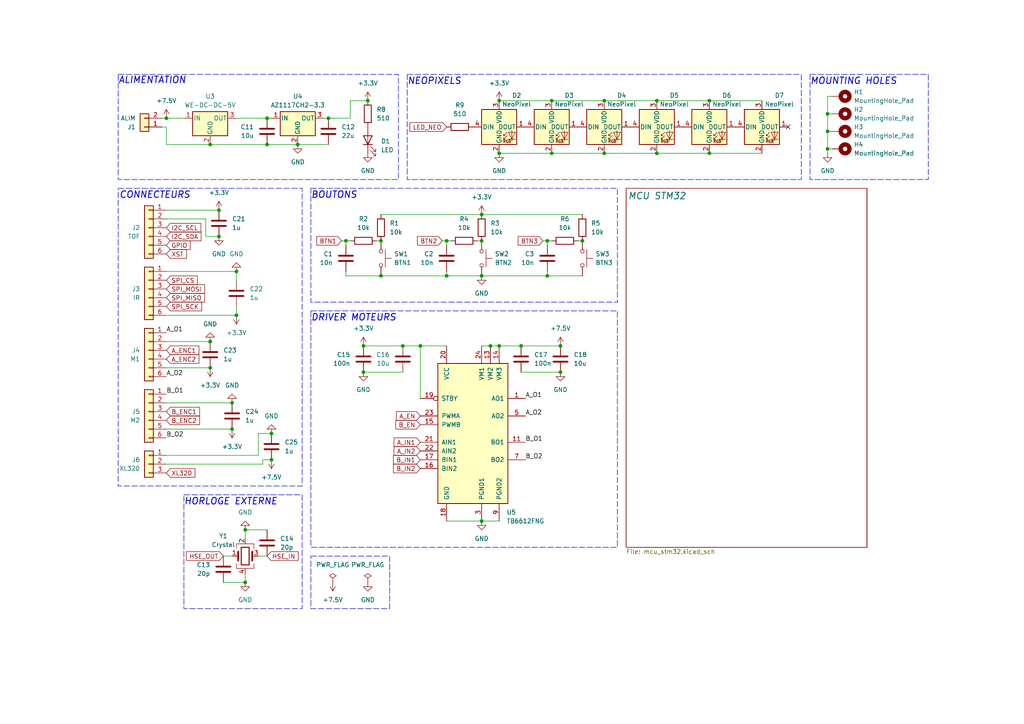
<source format=kicad_sch>
(kicad_sch (version 20250114) (generator "eeschema") (generator_version "9.0")
  (paper "A4")
  (lib_symbols
    (symbol "Connector_Generic:Conn_01x02" (pin_names (offset 1.016) (hide yes))
      (property "Reference" "J" (at 0 2.54 0))
      (property "Value" "Conn_01x02" (at 0 -5.08 0))
      (symbol "Conn_01x02_1_1"
        (rectangle (start -1.27 1.27) (end 1.27 -3.81) (stroke (width 0.254)) (fill (type background)))
        (rectangle (start -1.27 0.127) (end 0 -0.127) (stroke (width 0.1524)))
        (rectangle (start -1.27 -2.413) (end 0 -2.667) (stroke (width 0.1524)))
        (pin passive line (at -5.08 0 0) (length 3.81) (name "Pin_1") (number "1"))
        (pin passive line (at -5.08 -2.54 0) (length 3.81) (name "Pin_2") (number "2"))
      )
    )
    (symbol "Connector_Generic:Conn_01x03" (pin_names (offset 1.016) (hide yes))
      (property "Reference" "J" (at 0 5.08 0))
      (property "Value" "Conn_01x03" (at 0 -5.08 0))
      (symbol "Conn_01x03_1_1"
        (rectangle (start -1.27 3.81) (end 1.27 -3.81) (stroke (width 0.254)) (fill (type background)))
        (rectangle (start -1.27 2.667) (end 0 2.413) (stroke (width 0.1524)))
        (rectangle (start -1.27 0.127) (end 0 -0.127) (stroke (width 0.1524)))
        (rectangle (start -1.27 -2.413) (end 0 -2.667) (stroke (width 0.1524)))
        (pin passive line (at -5.08 2.54 0) (length 3.81) (name "Pin_1") (number "1"))
        (pin passive line (at -5.08 0 0) (length 3.81) (name "Pin_2") (number "2"))
        (pin passive line (at -5.08 -2.54 0) (length 3.81) (name "Pin_3") (number "3"))
      )
    )
    (symbol "Connector_Generic:Conn_01x06" (pin_names (offset 1.016) (hide yes))
      (property "Reference" "J" (at 0 7.62 0))
      (property "Value" "Conn_01x06" (at 0 -10.16 0))
      (symbol "Conn_01x06_1_1"
        (rectangle (start -1.27 6.35) (end 1.27 -8.89) (stroke (width 0.254)) (fill (type background)))
        (rectangle (start -1.27 5.207) (end 0 4.953) (stroke (width 0.1524)))
        (rectangle (start -1.27 2.667) (end 0 2.413) (stroke (width 0.1524)))
        (rectangle (start -1.27 0.127) (end 0 -0.127) (stroke (width 0.1524)))
        (rectangle (start -1.27 -2.413) (end 0 -2.667) (stroke (width 0.1524)))
        (rectangle (start -1.27 -4.953) (end 0 -5.207) (stroke (width 0.1524)))
        (rectangle (start -1.27 -7.493) (end 0 -7.747) (stroke (width 0.1524)))
        (pin passive line (at -5.08 5.08 0) (length 3.81) (name "Pin_1") (number "1"))
        (pin passive line (at -5.08 2.54 0) (length 3.81) (name "Pin_2") (number "2"))
        (pin passive line (at -5.08 0 0) (length 3.81) (name "Pin_3") (number "3"))
        (pin passive line (at -5.08 -2.54 0) (length 3.81) (name "Pin_4") (number "4"))
        (pin passive line (at -5.08 -5.08 0) (length 3.81) (name "Pin_5") (number "5"))
        (pin passive line (at -5.08 -7.62 0) (length 3.81) (name "Pin_6") (number "6"))
      )
    )
    (symbol "Device:C" (pin_numbers (hide yes)) (pin_names (offset 0.254))
      (property "Reference" "C" (at 0.635 2.54 0))
      (property "Value" "C" (at 0.635 -2.54 0))
      (symbol "C_0_1"
        (polyline (pts (xy -2.032 0.762) (xy 2.032 0.762)) (stroke (width 0.508)))
        (polyline (pts (xy -2.032 -0.762) (xy 2.032 -0.762)) (stroke (width 0.508)))
      )
      (symbol "C_1_1"
        (pin passive line (at 0 3.81 270) (length 2.794) (name "~") (number "1"))
        (pin passive line (at 0 -3.81 90) (length 2.794) (name "~") (number "2"))
      )
    )
    (symbol "Device:Crystal_GND24" (pin_names (offset 1.016) (hide yes))
      (property "Reference" "Y" (at 3.175 5.08 0))
      (property "Value" "Crystal_GND24" (at 3.175 3.175 0))
      (symbol "Crystal_GND24_0_1"
        (polyline (pts (xy -2.54 2.286) (xy -2.54 3.556) (xy 2.54 3.556) (xy 2.54 2.286)))
        (polyline (pts (xy -2.54 0) (xy -2.032 0)))
        (polyline (pts (xy -2.54 -2.286) (xy -2.54 -3.556) (xy 2.54 -3.556) (xy 2.54 -2.286)))
        (polyline (pts (xy -2.032 -1.27) (xy -2.032 1.27)) (stroke (width 0.508)))
        (rectangle (start -1.143 2.54) (end 1.143 -2.54) (stroke (width 0.3048)))
        (polyline (pts (xy 0 3.556) (xy 0 3.81)))
        (polyline (pts (xy 0 -3.81) (xy 0 -3.556)))
        (polyline (pts (xy 2.032 0) (xy 2.54 0)))
        (polyline (pts (xy 2.032 -1.27) (xy 2.032 1.27)) (stroke (width 0.508)))
      )
      (symbol "Crystal_GND24_1_1"
        (pin passive line (at -3.81 0 0) (length 1.27) (name "1") (number "1"))
        (pin passive line (at 0 5.08 270) (length 1.27) (name "2") (number "2"))
        (pin passive line (at 0 -5.08 90) (length 1.27) (name "4") (number "4"))
        (pin passive line (at 3.81 0 180) (length 1.27) (name "3") (number "3"))
      )
    )
    (symbol "Device:LED" (pin_numbers (hide yes)) (pin_names (offset 1.016) (hide yes))
      (property "Reference" "D" (at 0 2.54 0))
      (property "Value" "LED" (at 0 -2.54 0))
      (symbol "LED_0_1"
        (polyline (pts (xy -3.048 -0.762) (xy -4.572 -2.286) (xy -3.81 -2.286) (xy -4.572 -2.286) (xy -4.572 -1.524)))
        (polyline (pts (xy -1.778 -0.762) (xy -3.302 -2.286) (xy -2.54 -2.286) (xy -3.302 -2.286) (xy -3.302 -1.524)))
        (polyline (pts (xy -1.27 0) (xy 1.27 0)))
        (polyline (pts (xy -1.27 -1.27) (xy -1.27 1.27)) (stroke (width 0.254)))
        (polyline (pts (xy 1.27 -1.27) (xy 1.27 1.27) (xy -1.27 0) (xy 1.27 -1.27)) (stroke (width 0.254)))
      )
      (symbol "LED_1_1"
        (pin passive line (at -3.81 0 0) (length 2.54) (name "K") (number "1"))
        (pin passive line (at 3.81 0 180) (length 2.54) (name "A") (number "2"))
      )
    )
    (symbol "Device:R" (pin_numbers (hide yes)) (pin_names (offset 0))
      (property "Reference" "R" (at 2.032 0 90))
      (property "Value" "R" (at 0 0 90))
      (symbol "R_0_1"
        (rectangle (start -1.016 -2.54) (end 1.016 2.54) (stroke (width 0.254)))
      )
      (symbol "R_1_1"
        (pin passive line (at 0 3.81 270) (length 1.27) (name "~") (number "1"))
        (pin passive line (at 0 -3.81 90) (length 1.27) (name "~") (number "2"))
      )
    )
    (symbol "Driver_Motor:TB6612FNG" (pin_names (offset 1.016))
      (property "Reference" "U" (at 11.43 17.78 0))
      (property "Value" "TB6612FNG" (at 11.43 15.24 0))
      (symbol "TB6612FNG_0_1"
        (rectangle (start -10.16 20.32) (end 10.16 -20.32) (stroke (width 0.254)) (fill (type background)))
      )
      (symbol "TB6612FNG_1_1"
        (pin input inverted (at -15.24 10.16 0) (length 5.08) (name "STBY") (number "19"))
        (pin input line (at -15.24 5.08 0) (length 5.08) (name "PWMA") (number "23"))
        (pin input line (at -15.24 2.54 0) (length 5.08) (name "PWMB") (number "15"))
        (pin input line (at -15.24 -2.54 0) (length 5.08) (name "AIN1") (number "21"))
        (pin input line (at -15.24 -5.08 0) (length 5.08) (name "AIN2") (number "22"))
        (pin input line (at -15.24 -7.62 0) (length 5.08) (name "BIN1") (number "17"))
        (pin input line (at -15.24 -10.16 0) (length 5.08) (name "BIN2") (number "16"))
        (pin power_in line (at -7.62 25.4 270) (length 5.08) (name "VCC") (number "20"))
        (pin power_in line (at -7.62 -25.4 90) (length 5.08) (name "GND") (number "18"))
        (pin power_in line (at 2.54 25.4 270) (length 5.08) (name "VM1") (number "24"))
        (pin power_in line (at 2.54 -25.4 90) (length 5.08) (name "PGND1") (number "3"))
        (pin passive line (at 2.54 -25.4 90) (length 5.08) (hide yes) (name "PGND1") (number "4"))
        (pin power_in line (at 5.08 25.4 270) (length 5.08) (name "VM2") (number "13"))
        (pin power_in line (at 7.62 25.4 270) (length 5.08) (name "VM3") (number "14"))
        (pin passive line (at 7.62 -25.4 90) (length 5.08) (hide yes) (name "PGND2") (number "10"))
        (pin power_in line (at 7.62 -25.4 90) (length 5.08) (name "PGND2") (number "9"))
        (pin output line (at 15.24 10.16 180) (length 5.08) (name "AO1") (number "1"))
        (pin passive line (at 15.24 10.16 180) (length 5.08) (hide yes) (name "AO1") (number "2"))
        (pin output line (at 15.24 5.08 180) (length 5.08) (name "AO2") (number "5"))
        (pin passive line (at 15.24 5.08 180) (length 5.08) (hide yes) (name "AO2") (number "6"))
        (pin output line (at 15.24 -2.54 180) (length 5.08) (name "BO1") (number "11"))
        (pin passive line (at 15.24 -2.54 180) (length 5.08) (hide yes) (name "BO1") (number "12"))
        (pin output line (at 15.24 -7.62 180) (length 5.08) (name "BO2") (number "7"))
        (pin passive line (at 15.24 -7.62 180) (length 5.08) (hide yes) (name "BO2") (number "8"))
      )
    )
    (symbol "LED:NeoPixel_THT" (pin_names (offset 0.254))
      (property "Reference" "D" (at 5.08 5.715 0))
      (property "Value" "NeoPixel_THT" (at 1.27 -5.715 0))
      (symbol "NeoPixel_THT_0_0"
        (text "RGB" (at 2.286 -4.191 0) (effects (font (size 0.762 0.762))))
      )
      (symbol "NeoPixel_THT_0_1"
        (polyline (pts (xy 1.27 -2.54) (xy 1.778 -2.54)))
        (polyline (pts (xy 1.27 -3.556) (xy 1.778 -3.556)))
        (polyline (pts (xy 2.286 -1.524) (xy 1.27 -2.54) (xy 1.27 -2.032)))
        (polyline (pts (xy 2.286 -2.54) (xy 1.27 -3.556) (xy 1.27 -3.048)))
        (polyline (pts (xy 3.683 -1.016) (xy 3.683 -3.556) (xy 3.683 -4.064)))
        (polyline (pts (xy 4.699 -1.524) (xy 2.667 -1.524) (xy 3.683 -3.556) (xy 4.699 -1.524)))
        (polyline (pts (xy 4.699 -3.556) (xy 2.667 -3.556)))
        (rectangle (start 5.08 5.08) (end -5.08 -5.08) (stroke (width 0.254)) (fill (type background)))
      )
      (symbol "NeoPixel_THT_1_1"
        (pin input line (at -7.62 0 0) (length 2.54) (name "DIN") (number "4"))
        (pin power_in line (at 0 7.62 270) (length 2.54) (name "VDD") (number "3"))
        (pin power_in line (at 0 -7.62 90) (length 2.54) (name "GND") (number "2"))
        (pin output line (at 7.62 0 180) (length 2.54) (name "DOUT") (number "1"))
      )
    )
    (symbol "Mechanical:MountingHole_Pad" (pin_numbers (hide yes)) (pin_names (offset 1.016) (hide yes)) (in_bom no)
      (property "Reference" "H" (at 0 6.35 0))
      (property "Value" "MountingHole_Pad" (at 0 4.445 0))
      (symbol "MountingHole_Pad_0_1"
        (circle (center 0 1.27) (radius 1.27) (stroke (width 1.27)))
      )
      (symbol "MountingHole_Pad_1_1"
        (pin input line (at 0 -2.54 90) (length 2.54) (name "1") (number "1"))
      )
    )
    (symbol "Regulator_Linear:AZ1117CH2-3.3" (pin_names (offset 0.254))
      (property "Reference" "U" (at -3.81 3.556 0))
      (property "Value" "AZ1117CH2-3.3" (at 0 3.556 0))
      (symbol "AZ1117CH2-3.3_0_1"
        (rectangle (start -5.08 1.905) (end 5.08 -5.08) (stroke (width 0.254)) (fill (type background)))
      )
      (symbol "AZ1117CH2-3.3_1_1"
        (pin power_in line (at -7.62 0 0) (length 2.54) (name "IN") (number "1"))
        (pin power_in line (at 0 -7.62 90) (length 2.54) (name "GND") (number "2"))
        (pin power_out line (at 7.62 0 180) (length 2.54) (name "OUT") (number "3"))
      )
    )
    (symbol "Regulator_Linear:AZ1117CH2-5.0" (pin_names (offset 0.254))
      (property "Reference" "U" (at -3.81 3.556 0))
      (property "Value" "AZ1117CH2-5.0" (at 0 3.556 0))
      (symbol "AZ1117CH2-5.0_0_1"
        (rectangle (start -5.08 1.905) (end 5.08 -5.08) (stroke (width 0.254)) (fill (type background)))
      )
      (symbol "AZ1117CH2-5.0_1_1"
        (pin power_in line (at -7.62 0 0) (length 2.54) (name "IN") (number "1"))
        (pin power_in line (at 0 -7.62 90) (length 2.54) (name "GND") (number "2"))
        (pin power_out line (at 7.62 0 180) (length 2.54) (name "OUT") (number "3"))
      )
    )
    (symbol "Switch:SW_Push" (pin_numbers (hide yes)) (pin_names (offset 1.016) (hide yes))
      (property "Reference" "SW" (at 1.27 2.54 0))
      (property "Value" "SW_Push" (at 0 -1.524 0))
      (symbol "SW_Push_0_1"
        (circle (center -2.032 0) (radius 0.508))
        (polyline (pts (xy 0 1.27) (xy 0 3.048)))
        (circle (center 2.032 0) (radius 0.508))
        (polyline (pts (xy 2.54 1.27) (xy -2.54 1.27)))
        (pin passive line (at -5.08 0 0) (length 2.54) (name "1") (number "1"))
        (pin passive line (at 5.08 0 180) (length 2.54) (name "2") (number "2"))
      )
    )
    (symbol "power:+3.3V" (power) (pin_numbers (hide yes)) (pin_names (offset 0) (hide yes))
      (property "Value" "+3.3V" (at 0 3.556 0))
      (symbol "+3.3V_0_1"
        (polyline (pts (xy -0.762 1.27) (xy 0 2.54)))
        (polyline (pts (xy 0 2.54) (xy 0.762 1.27)))
        (polyline (pts (xy 0 0) (xy 0 2.54)))
      )
      (symbol "+3.3V_1_1"
        (pin power_in line (at 0 0 90) (length 0) (name "~") (number "1"))
      )
    )
    (symbol "power:+7.5V" (power) (pin_numbers (hide yes)) (pin_names (offset 0) (hide yes))
      (property "Value" "+7.5V" (at 0 3.556 0))
      (symbol "+7.5V_0_1"
        (polyline (pts (xy -0.762 1.27) (xy 0 2.54)))
        (polyline (pts (xy 0 2.54) (xy 0.762 1.27)))
        (polyline (pts (xy 0 0) (xy 0 2.54)))
      )
      (symbol "+7.5V_1_1"
        (pin power_in line (at 0 0 90) (length 0) (name "~") (number "1"))
      )
    )
    (symbol "power:GND" (power) (pin_numbers (hide yes)) (pin_names (offset 0) (hide yes))
      (property "Value" "GND" (at 0 -3.81 0))
      (symbol "GND_0_1"
        (polyline (pts (xy 0 0) (xy 0 -1.27) (xy 1.27 -1.27) (xy 0 -2.54) (xy -1.27 -1.27) (xy 0 -1.27)))
      )
      (symbol "GND_1_1"
        (pin power_in line (at 0 0 270) (length 0) (name "~") (number "1"))
      )
    )
    (symbol "power:PWR_FLAG" (power) (pin_numbers (hide yes)) (pin_names (offset 0) (hide yes))
      (property "Value" "PWR_FLAG" (at 0 3.81 0))
      (symbol "PWR_FLAG_0_0"
        (pin power_out line (at 0 0 90) (length 0) (name "~") (number "1"))
      )
      (symbol "PWR_FLAG_0_1"
        (polyline (pts (xy 0 0) (xy 0 1.27) (xy -1.016 1.905) (xy 0 2.54) (xy 1.016 1.905) (xy 0 1.27)))
      )
    )
  )
  (rectangle (start 90.17 161.29) (end 113.03 176.53) (stroke (width 0) (type dash)))
  (rectangle (start 90.17 54.61) (end 179.07 87.63) (stroke (width 0) (type dash)))
  (rectangle (start 53.34 143.51) (end 87.63 176.53) (stroke (width 0) (type dash)))
  (rectangle (start 34.29 21.59) (end 115.57 52.07) (stroke (width 0) (type dash)))
  (rectangle (start 34.29 54.61) (end 87.63 140.97) (stroke (width 0) (type dash)))
  (rectangle (start 90.17 90.17) (end 179.07 158.75) (stroke (width 0) (type dash)))
  (rectangle (start 234.95 21.59) (end 269.24 52.07) (stroke (width 0) (type dash)))
  (rectangle (start 118.11 21.59) (end 232.41 52.07) (stroke (width 0) (type dash)))
  (text "CONNECTEURS\n" (at 34.544 56.642 0) (effects (font (size 1.905 1.905) (thickness 0.254) (bold yes) (italic yes)) (justify left)))
  (text "MOUNTING HOLES" (at 234.95 23.622 0) (effects (font (size 1.905 1.905) (thickness 0.254) (bold yes) (italic yes)) (justify left)))
  (text "BOUTONS\n" (at 90.17 56.642 0) (effects (font (size 1.905 1.905) (thickness 0.254) (bold yes) (italic yes)) (justify left)))
  (text "NEOPIXELS\n" (at 118.11 23.622 0) (effects (font (size 1.905 1.905) (thickness 0.254) (bold yes) (italic yes)) (justify left)))
  (text "HORLOGE EXTERNE\n" (at 53.34 145.542 0) (effects (font (size 1.905 1.905) (thickness 0.254) (bold yes) (italic yes)) (justify left)))
  (text "DRIVER MOTEURS" (at 90.17 92.202 0) (effects (font (size 1.905 1.905) (thickness 0.254) (bold yes) (italic yes)) (justify left)))
  (text "ALIMENTATION" (at 34.29 23.368 0) (effects (font (size 1.905 1.905) (thickness 0.254) (bold yes) (italic yes)) (justify left)))
  (junction (at 106.68 29.21))
  (junction (at 68.58 91.44))
  (junction (at 77.47 41.91))
  (junction (at 110.49 69.85))
  (junction (at 129.54 69.85))
  (junction (at 71.12 153.67))
  (junction (at 139.7 62.23))
  (junction (at 240.03 38.1))
  (junction (at 63.5 60.96))
  (junction (at 68.58 78.74))
  (junction (at 175.26 44.45))
  (junction (at 77.47 34.29))
  (junction (at 139.7 69.85))
  (junction (at 67.31 116.84))
  (junction (at 129.54 80.01))
  (junction (at 71.12 168.91))
  (junction (at 105.41 107.95))
  (junction (at 60.96 99.06))
  (junction (at 142.24 100.33))
  (junction (at 205.74 44.45))
  (junction (at 205.74 29.21))
  (junction (at 240.03 33.02))
  (junction (at 160.02 44.45))
  (junction (at 158.75 69.85))
  (junction (at 160.02 29.21))
  (junction (at 158.75 80.01))
  (junction (at 60.96 106.68))
  (junction (at 78.74 133.35))
  (junction (at 139.7 80.01))
  (junction (at 110.49 80.01))
  (junction (at 48.26 34.29))
  (junction (at 100.33 69.85))
  (junction (at 144.78 100.33))
  (junction (at 151.13 100.33))
  (junction (at 95.25 34.29))
  (junction (at 78.74 125.73))
  (junction (at 162.56 100.33))
  (junction (at 190.5 44.45))
  (junction (at 63.5 68.58))
  (junction (at 240.03 43.18))
  (junction (at 67.31 124.46))
  (junction (at 175.26 29.21))
  (junction (at 60.96 41.91))
  (junction (at 116.84 100.33))
  (junction (at 139.7 151.13))
  (junction (at 190.5 29.21))
  (junction (at 121.92 100.33))
  (junction (at 105.41 100.33))
  (junction (at 168.91 69.85))
  (junction (at 144.78 29.21))
  (junction (at 86.36 41.91))
  (junction (at 162.56 107.95))
  (junction (at 144.78 44.45))
  (no_connect (at 228.6 36.83))
  (wire (pts (xy 151.13 100.33) (xy 144.78 100.33)))
  (wire (pts (xy 139.7 100.33) (xy 142.24 100.33)))
  (wire (pts (xy 121.92 100.33) (xy 129.54 100.33)))
  (wire (pts (xy 77.47 153.67) (xy 71.12 153.67)))
  (wire (pts (xy 76.2 133.35) (xy 78.74 133.35)))
  (wire (pts (xy 110.49 62.23) (xy 139.7 62.23)))
  (wire (pts (xy 105.41 107.95) (xy 116.84 107.95)))
  (wire (pts (xy 139.7 151.13) (xy 144.78 151.13)))
  (wire (pts (xy 60.96 41.91) (xy 77.47 41.91)))
  (wire (pts (xy 160.02 29.21) (xy 175.26 29.21)))
  (wire (pts (xy 240.03 33.02) (xy 240.03 27.94)))
  (wire (pts (xy 48.26 36.83) (xy 48.26 41.91)))
  (wire (pts (xy 205.74 44.45) (xy 220.98 44.45)))
  (wire (pts (xy 158.75 78.74) (xy 158.75 80.01)))
  (wire (pts (xy 109.22 69.85) (xy 110.49 69.85)))
  (wire (pts (xy 48.26 63.5) (xy 59.69 63.5)))
  (wire (pts (xy 158.75 69.85) (xy 160.02 69.85)))
  (wire (pts (xy 100.33 78.74) (xy 100.33 80.01)))
  (wire (pts (xy 48.26 41.91) (xy 60.96 41.91)))
  (wire (pts (xy 68.58 91.44) (xy 68.58 88.9)))
  (wire (pts (xy 157.48 69.85) (xy 158.75 69.85)))
  (wire (pts (xy 101.6 34.29) (xy 101.6 29.21)))
  (wire (pts (xy 167.64 69.85) (xy 168.91 69.85)))
  (wire (pts (xy 48.26 60.96) (xy 63.5 60.96)))
  (wire (pts (xy 144.78 44.45) (xy 160.02 44.45)))
  (wire (pts (xy 129.54 151.13) (xy 139.7 151.13)))
  (wire (pts (xy 48.26 34.29) (xy 53.34 34.29)))
  (wire (pts (xy 129.54 78.74) (xy 129.54 80.01)))
  (wire (pts (xy 101.6 34.29) (xy 95.25 34.29)))
  (wire (pts (xy 175.26 29.21) (xy 190.5 29.21)))
  (wire (pts (xy 77.47 161.29) (xy 74.93 161.29)))
  (wire (pts (xy 240.03 44.45) (xy 240.03 43.18)))
  (wire (pts (xy 240.03 27.94) (xy 241.3 27.94)))
  (wire (pts (xy 68.58 34.29) (xy 77.47 34.29)))
  (wire (pts (xy 162.56 100.33) (xy 151.13 100.33)))
  (wire (pts (xy 77.47 41.91) (xy 86.36 41.91)))
  (wire (pts (xy 64.77 161.29) (xy 67.31 161.29)))
  (wire (pts (xy 77.47 34.29) (xy 78.74 34.29)))
  (wire (pts (xy 190.5 44.45) (xy 205.74 44.45)))
  (wire (pts (xy 240.03 43.18) (xy 241.3 43.18)))
  (wire (pts (xy 99.06 69.85) (xy 100.33 69.85)))
  (wire (pts (xy 101.6 29.21) (xy 106.68 29.21)))
  (wire (pts (xy 71.12 153.67) (xy 71.12 156.21)))
  (wire (pts (xy 138.43 69.85) (xy 139.7 69.85)))
  (wire (pts (xy 158.75 80.01) (xy 168.91 80.01)))
  (wire (pts (xy 48.26 124.46) (xy 67.31 124.46)))
  (wire (pts (xy 105.41 100.33) (xy 116.84 100.33)))
  (wire (pts (xy 121.92 115.57) (xy 121.92 100.33)))
  (wire (pts (xy 48.26 134.62) (xy 76.2 134.62)))
  (wire (pts (xy 93.98 34.29) (xy 95.25 34.29)))
  (wire (pts (xy 158.75 69.85) (xy 158.75 71.12)))
  (wire (pts (xy 100.33 69.85) (xy 100.33 71.12)))
  (wire (pts (xy 71.12 168.91) (xy 71.12 166.37)))
  (wire (pts (xy 160.02 44.45) (xy 175.26 44.45)))
  (wire (pts (xy 240.03 43.18) (xy 240.03 38.1)))
  (wire (pts (xy 110.49 80.01) (xy 129.54 80.01)))
  (wire (pts (xy 59.69 68.58) (xy 63.5 68.58)))
  (wire (pts (xy 144.78 29.21) (xy 160.02 29.21)))
  (wire (pts (xy 74.93 125.73) (xy 78.74 125.73)))
  (wire (pts (xy 128.27 69.85) (xy 129.54 69.85)))
  (wire (pts (xy 240.03 38.1) (xy 240.03 33.02)))
  (wire (pts (xy 76.2 134.62) (xy 76.2 133.35)))
  (wire (pts (xy 59.69 63.5) (xy 59.69 68.58)))
  (wire (pts (xy 129.54 69.85) (xy 129.54 71.12)))
  (wire (pts (xy 100.33 80.01) (xy 110.49 80.01)))
  (wire (pts (xy 48.26 36.83) (xy 46.99 36.83)))
  (wire (pts (xy 100.33 69.85) (xy 101.6 69.85)))
  (wire (pts (xy 205.74 29.21) (xy 220.98 29.21)))
  (wire (pts (xy 48.26 91.44) (xy 68.58 91.44)))
  (wire (pts (xy 162.56 107.95) (xy 151.13 107.95)))
  (wire (pts (xy 240.03 33.02) (xy 241.3 33.02)))
  (wire (pts (xy 46.99 34.29) (xy 48.26 34.29)))
  (wire (pts (xy 240.03 38.1) (xy 241.3 38.1)))
  (wire (pts (xy 64.77 168.91) (xy 71.12 168.91)))
  (wire (pts (xy 190.5 29.21) (xy 205.74 29.21)))
  (wire (pts (xy 139.7 80.01) (xy 158.75 80.01)))
  (wire (pts (xy 139.7 62.23) (xy 168.91 62.23)))
  (wire (pts (xy 68.58 78.74) (xy 68.58 81.28)))
  (wire (pts (xy 175.26 44.45) (xy 190.5 44.45)))
  (wire (pts (xy 48.26 106.68) (xy 60.96 106.68)))
  (wire (pts (xy 48.26 116.84) (xy 67.31 116.84)))
  (wire (pts (xy 48.26 78.74) (xy 68.58 78.74)))
  (wire (pts (xy 129.54 69.85) (xy 130.81 69.85)))
  (wire (pts (xy 144.78 100.33) (xy 142.24 100.33)))
  (wire (pts (xy 116.84 100.33) (xy 121.92 100.33)))
  (wire (pts (xy 86.36 41.91) (xy 95.25 41.91)))
  (wire (pts (xy 74.93 132.08) (xy 74.93 125.73)))
  (wire (pts (xy 48.26 132.08) (xy 74.93 132.08)))
  (wire (pts (xy 129.54 80.01) (xy 139.7 80.01)))
  (wire (pts (xy 48.26 99.06) (xy 60.96 99.06)))
  (label "B_O2" (at 152.4 133.35 0))
  (label "A_O2" (at 152.4 120.65 0))
  (label "A_O1" (at 48.26 96.52 0))
  (label "B_O1" (at 152.4 128.27 0))
  (label "A_O2" (at 48.26 109.22 0))
  (label "B_O2" (at 48.26 127 0))
  (label "B_O1" (at 48.26 114.3 0))
  (label "A_O1" (at 152.4 115.57 0))
  (global_label "SPI_SCK" (shape input) (at 48.26 88.9 0) (property "Intersheetrefs" "${INTERSHEET_REFS}" (effects (hide yes))))
  (global_label "B_ENC1" (shape input) (at 48.26 119.38 0) (property "Intersheetrefs" "${INTERSHEET_REFS}" (effects (hide yes))))
  (global_label "B_EN" (shape input) (at 121.92 123.19 180) (property "Intersheetrefs" "${INTERSHEET_REFS}" (effects (hide yes))))
  (global_label "GPIO" (shape input) (at 48.26 71.12 0) (property "Intersheetrefs" "${INTERSHEET_REFS}" (effects (hide yes))))
  (global_label "BTN3" (shape input) (at 157.48 69.85 180) (property "Intersheetrefs" "${INTERSHEET_REFS}" (effects (hide yes))))
  (global_label "A_ENC2" (shape input) (at 48.26 104.14 0) (property "Intersheetrefs" "${INTERSHEET_REFS}" (effects (hide yes))))
  (global_label "SPI_MISO" (shape input) (at 48.26 86.36 0) (property "Intersheetrefs" "${INTERSHEET_REFS}" (effects (hide yes))))
  (global_label "BTN1" (shape input) (at 99.06 69.85 180) (property "Intersheetrefs" "${INTERSHEET_REFS}" (effects (hide yes))))
  (global_label "B_ENC2" (shape input) (at 48.26 121.92 0) (property "Intersheetrefs" "${INTERSHEET_REFS}" (effects (hide yes))))
  (global_label "LED_NEO" (shape input) (at 129.54 36.83 180) (property "Intersheetrefs" "${INTERSHEET_REFS}" (effects (hide yes))))
  (global_label "SPI_CS" (shape input) (at 48.26 81.28 0) (property "Intersheetrefs" "${INTERSHEET_REFS}" (effects (hide yes))))
  (global_label "BTN2" (shape input) (at 128.27 69.85 180) (property "Intersheetrefs" "${INTERSHEET_REFS}" (effects (hide yes))))
  (global_label "XL320" (shape input) (at 48.26 137.16 0) (property "Intersheetrefs" "${INTERSHEET_REFS}" (effects (hide yes))))
  (global_label "I2C_SDA" (shape input) (at 48.26 68.58 0) (property "Intersheetrefs" "${INTERSHEET_REFS}" (effects (hide yes))))
  (global_label "SPI_MOSI" (shape input) (at 48.26 83.82 0) (property "Intersheetrefs" "${INTERSHEET_REFS}" (effects (hide yes))))
  (global_label "B_IN1" (shape input) (at 121.92 133.35 180) (property "Intersheetrefs" "${INTERSHEET_REFS}" (effects (hide yes))))
  (global_label "A_IN1" (shape input) (at 121.92 128.27 180) (property "Intersheetrefs" "${INTERSHEET_REFS}" (effects (hide yes))))
  (global_label "I2C_SCL" (shape input) (at 48.26 66.04 0) (property "Intersheetrefs" "${INTERSHEET_REFS}" (effects (hide yes))))
  (global_label "A_EN" (shape input) (at 121.92 120.65 180) (property "Intersheetrefs" "${INTERSHEET_REFS}" (effects (hide yes))))
  (global_label "HSE_IN" (shape input) (at 77.47 161.29 0) (property "Intersheetrefs" "${INTERSHEET_REFS}" (effects (hide yes))))
  (global_label "HSE_OUT" (shape input) (at 64.77 161.29 180) (property "Intersheetrefs" "${INTERSHEET_REFS}" (effects (hide yes))))
  (global_label "XST" (shape input) (at 48.26 73.66 0) (property "Intersheetrefs" "${INTERSHEET_REFS}" (effects (hide yes))))
  (global_label "A_ENC1" (shape input) (at 48.26 101.6 0) (property "Intersheetrefs" "${INTERSHEET_REFS}" (effects (hide yes))))
  (global_label "B_IN2" (shape input) (at 121.92 135.89 180) (property "Intersheetrefs" "${INTERSHEET_REFS}" (effects (hide yes))))
  (global_label "A_IN2" (shape input) (at 121.92 130.81 180) (property "Intersheetrefs" "${INTERSHEET_REFS}" (effects (hide yes))))
  (symbol (lib_id "Connector_Generic:Conn_01x03") (at 43.18 134.62 0) (mirror y) (unit 1)
    (property "Reference" "J6" (at 40.64 133.3499 0) (effects (justify left)))
    (property "Value" "XL320" (at 40.64 135.8899 0) (effects (justify left)))
    (property "Footprint" "Connector_JST:JST_XH_B3B-XH-A_1x03_P2.50mm_Vertical" (effects (hide yes)))
    (property "Description" "Generic connector, single row, 01x03, script generated (kicad-library-utils/schlib/autogen/connector/)" (effects (hide yes)))
  )
  (symbol (lib_id "power:GND") (at 67.31 116.84 180) (unit 1)
    (property "Reference" "#PWR026" (effects (hide yes)))
    (property "Value" "GND" (at 67.31 111.76 0))
    (property "Description" "Power symbol creates a global label with name \"GND\" , ground" (effects (hide yes)))
  )
  (symbol (lib_id "Device:R") (at 133.35 36.83 90) (unit 1)
    (property "Reference" "R9" (at 133.35 30.48 90))
    (property "Value" "510" (at 133.35 33.02 90))
    (property "Footprint" "Resistor_SMD:R_0603_1608Metric" (effects (hide yes)))
    (property "Description" "Resistor" (effects (hide yes)))
  )
  (symbol (lib_id "power:GND") (at 86.36 41.91 0) (unit 1)
    (property "Reference" "#PWR030" (effects (hide yes)))
    (property "Value" "GND" (at 86.36 46.99 0))
    (property "Description" "Power symbol creates a global label with name \"GND\" , ground" (effects (hide yes)))
  )
  (symbol (lib_id "LED:NeoPixel_THT") (at 144.78 36.83 0) (unit 1)
    (property "Reference" "D2" (at 149.86 27.686 0))
    (property "Value" "NeoPixel" (at 149.86 30.226 0))
    (property "Footprint" "LED_SMD:LED_WS2812B_PLCC4_5.0x5.0mm_P3.2mm" (effects (hide yes)))
    (property "Datasheet" "https://www.adafruit.com/product/1938" (effects (hide yes)))
    (property "Description" "RGB LED with integrated controller, 5mm/8mm LED package" (effects (hide yes)))
  )
  (symbol (lib_id "Device:R") (at 168.91 66.04 0) (unit 1)
    (property "Reference" "R5" (at 171.45 64.7699 0) (effects (justify left)))
    (property "Value" "10k" (at 171.45 67.3099 0) (effects (justify left)))
    (property "Footprint" "Resistor_SMD:R_0603_1608Metric" (effects (hide yes)))
    (property "Description" "Resistor" (effects (hide yes)))
  )
  (symbol (lib_id "Device:C") (at 77.47 38.1 0) (mirror y) (unit 1)
    (property "Reference" "C11" (at 73.66 36.8299 0) (effects (justify left)))
    (property "Value" "10u" (at 73.66 39.3699 0) (effects (justify left)))
    (property "Footprint" "Capacitor_SMD:C_0603_1608Metric" (effects (hide yes)))
    (property "Datasheet" "https://www.we-online.com/components/products/datasheet/885012106031.pdf" (effects (hide yes)))
    (property "Description" "Unpolarized capacitor" (effects (hide yes)))
  )
  (symbol (lib_id "Connector_Generic:Conn_01x06") (at 43.18 119.38 0) (mirror y) (unit 1)
    (property "Reference" "J5" (at 40.64 119.3799 0) (effects (justify left)))
    (property "Value" "M2" (at 40.64 121.9199 0) (effects (justify left)))
    (property "Footprint" "Connector_JST:JST_XH_B6B-XH-A_1x06_P2.50mm_Vertical" (effects (hide yes)))
    (property "Description" "Generic connector, single row, 01x06, script generated (kicad-library-utils/schlib/autogen/connector/)" (effects (hide yes)))
  )
  (symbol (lib_id "Device:C") (at 129.54 74.93 0) (mirror y) (unit 1)
    (property "Reference" "C2" (at 125.73 73.6599 0) (effects (justify left)))
    (property "Value" "10n" (at 125.73 76.1999 0) (effects (justify left)))
    (property "Footprint" "Capacitor_SMD:C_0603_1608Metric" (effects (hide yes)))
    (property "Datasheet" "https://fr.rs-online.com/web/p/condensateurs-ceramique-multicouches/7665373" (effects (hide yes)))
    (property "Description" "Unpolarized capacitor" (effects (hide yes)))
  )
  (symbol (lib_id "Device:C") (at 64.77 165.1 0) (mirror y) (unit 1)
    (property "Reference" "C13" (at 60.96 163.8299 0) (effects (justify left)))
    (property "Value" "20p" (at 60.96 166.3699 0) (effects (justify left)))
    (property "Footprint" "Capacitor_SMD:C_0603_1608Metric" (effects (hide yes)))
    (property "Datasheet" "https://www.we-online.com/components/products/datasheet/885012107019.pdf" (effects (hide yes)))
    (property "Description" "Unpolarized capacitor" (effects (hide yes)))
  )
  (symbol (lib_id "LED:NeoPixel_THT") (at 190.5 36.83 0) (unit 1)
    (property "Reference" "D5" (at 195.58 27.686 0))
    (property "Value" "NeoPixel" (at 195.58 30.226 0))
    (property "Footprint" "LED_SMD:LED_WS2812B_PLCC4_5.0x5.0mm_P3.2mm" (effects (hide yes)))
    (property "Datasheet" "https://www.adafruit.com/product/1938" (effects (hide yes)))
    (property "Description" "RGB LED with integrated controller, 5mm/8mm LED package" (effects (hide yes)))
  )
  (symbol (lib_id "Device:R") (at 134.62 69.85 90) (unit 1)
    (property "Reference" "R4" (at 134.62 63.5 90))
    (property "Value" "10k" (at 134.62 66.04 90))
    (property "Footprint" "Resistor_SMD:R_0603_1608Metric" (effects (hide yes)))
    (property "Description" "Resistor" (effects (hide yes)))
  )
  (symbol (lib_id "power:PWR_FLAG") (at 106.68 168.91 0) (unit 1)
    (property "Reference" "#FLG02" (effects (hide yes)))
    (property "Value" "PWR_FLAG" (at 106.68 163.83 0))
    (property "Description" "Special symbol for telling ERC where power comes from" (effects (hide yes)))
  )
  (symbol (lib_id "power:GND") (at 144.78 44.45 0) (unit 1)
    (property "Reference" "#PWR040" (effects (hide yes)))
    (property "Value" "GND" (at 144.78 49.53 0))
    (property "Description" "Power symbol creates a global label with name \"GND\" , ground" (effects (hide yes)))
  )
  (symbol (lib_id "Switch:SW_Push") (at 168.91 74.93 270) (unit 1)
    (property "Reference" "SW3" (at 172.72 73.6599 90) (effects (justify left)))
    (property "Value" "BTN3" (at 172.72 76.1999 90) (effects (justify left)))
    (property "Footprint" "Button_Switch_SMD:Panasonic_EVQPUJ_EVQPUA" (effects (hide yes)))
    (property "Description" "Push button switch, generic, two pins" (effects (hide yes)))
  )
  (symbol (lib_id "Connector_Generic:Conn_01x02") (at 41.91 36.83 180) (unit 1)
    (property "Reference" "J1" (at 39.37 36.8301 0) (effects (justify left)))
    (property "Value" "ALIM" (at 39.37 34.2901 0) (effects (justify left)))
    (property "Footprint" "Connector_JST:JST_XH_B2B-XH-A_1x02_P2.50mm_Vertical" (effects (hide yes)))
    (property "Description" "Generic connector, single row, 01x02, script generated (kicad-library-utils/schlib/autogen/connector/)" (effects (hide yes)))
  )
  (symbol (lib_id "Device:LED") (at 106.68 40.64 90) (unit 1)
    (property "Reference" "D1" (at 110.49 40.9574 90) (effects (justify right)))
    (property "Value" "LED" (at 110.49 43.4974 90) (effects (justify right)))
    (property "Footprint" "LED_SMD:LED_0603_1608Metric" (effects (hide yes)))
    (property "Description" "Light emitting diode" (effects (hide yes)))
    (property "Sim.Pins" "1=K 2=A" (effects (hide yes)))
  )
  (symbol (lib_id "Device:C") (at 162.56 104.14 0) (unit 1)
    (property "Reference" "C18" (at 166.37 102.8699 0) (effects (justify left)))
    (property "Value" "10u" (at 166.37 105.4099 0) (effects (justify left)))
    (property "Footprint" "Capacitor_SMD:C_0603_1608Metric" (effects (hide yes)))
    (property "Datasheet" "https://www.we-online.com/components/products/datasheet/885012106031.pdf" (effects (hide yes)))
    (property "Description" "Unpolarized capacitor" (effects (hide yes)))
  )
  (symbol (lib_id "power:PWR_FLAG") (at 96.52 168.91 0) (unit 1)
    (property "Reference" "#FLG01" (effects (hide yes)))
    (property "Value" "PWR_FLAG" (at 96.52 163.83 0))
    (property "Description" "Special symbol for telling ERC where power comes from" (effects (hide yes)))
  )
  (symbol (lib_id "Device:C") (at 60.96 102.87 0) (unit 1)
    (property "Reference" "C23" (at 64.77 101.5999 0) (effects (justify left)))
    (property "Value" "1u" (at 64.77 104.1399 0) (effects (justify left)))
    (property "Footprint" "Capacitor_SMD:C_0603_1608Metric" (effects (hide yes)))
    (property "Description" "Unpolarized capacitor" (effects (hide yes)))
  )
  (symbol (lib_id "Regulator_Linear:AZ1117CH2-5.0") (at 60.96 34.29 0) (unit 1)
    (property "Reference" "U3" (at 60.96 27.94 0))
    (property "Value" "WE-DC-DC-5V" (at 60.96 30.48 0))
    (property "Footprint" "Converter_DCDC:Converter_DCDC_RECOM_R-78B-2.0_THT" (effects (hide yes)))
    (property "Datasheet" "https://www.diodes.com/assets/Datasheets/AZ1117C.pdf" (effects (hide yes)))
    (property "Description" "1A Fixed 5.0V LDO Linear Regulator, 15V Max Input, SOT-223" (effects (hide yes)))
  )
  (symbol (lib_id "Connector_Generic:Conn_01x06") (at 43.18 83.82 0) (mirror y) (unit 1)
    (property "Reference" "J3" (at 40.64 83.8199 0) (effects (justify left)))
    (property "Value" "IR" (at 40.64 86.3599 0) (effects (justify left)))
    (property "Footprint" "Connector_JST:JST_XH_B6B-XH-A_1x06_P2.50mm_Vertical" (effects (hide yes)))
    (property "Description" "Generic connector, single row, 01x06, script generated (kicad-library-utils/schlib/autogen/connector/)" (effects (hide yes)))
  )
  (symbol (lib_id "Device:C") (at 116.84 104.14 0) (mirror y) (unit 1)
    (property "Reference" "C16" (at 113.03 102.8699 0) (effects (justify left)))
    (property "Value" "10u" (at 113.03 105.4099 0) (effects (justify left)))
    (property "Footprint" "Capacitor_SMD:C_0603_1608Metric" (effects (hide yes)))
    (property "Datasheet" "https://www.we-online.com/components/products/datasheet/885012106031.pdf" (effects (hide yes)))
    (property "Description" "Unpolarized capacitor" (effects (hide yes)))
  )
  (symbol (lib_id "power:GND") (at 162.56 107.95 0) (unit 1)
    (property "Reference" "#PWR021" (effects (hide yes)))
    (property "Value" "GND" (at 162.56 113.03 0))
    (property "Description" "Power symbol creates a global label with name \"GND\" , ground" (effects (hide yes)))
  )
  (symbol (lib_id "Device:C") (at 151.13 104.14 0) (unit 1)
    (property "Reference" "C17" (at 154.94 102.8699 0) (effects (justify left)))
    (property "Value" "100n" (at 154.94 105.4099 0) (effects (justify left)))
    (property "Footprint" "Capacitor_SMD:C_0603_1608Metric" (effects (hide yes)))
    (property "Datasheet" "https://fr.rs-online.com/web/p/condensateurs-ceramique-multicouches/7665443" (effects (hide yes)))
    (property "Description" "Unpolarized capacitor" (effects (hide yes)))
  )
  (symbol (lib_id "Device:C") (at 100.33 74.93 0) (mirror y) (unit 1)
    (property "Reference" "C1" (at 96.52 73.6599 0) (effects (justify left)))
    (property "Value" "10n" (at 96.52 76.1999 0) (effects (justify left)))
    (property "Footprint" "Capacitor_SMD:C_0603_1608Metric" (effects (hide yes)))
    (property "Datasheet" "https://fr.rs-online.com/web/p/condensateurs-ceramique-multicouches/7665373" (effects (hide yes)))
    (property "Description" "Unpolarized capacitor" (effects (hide yes)))
  )
  (symbol (lib_id "Device:R") (at 163.83 69.85 90) (unit 1)
    (property "Reference" "R6" (at 163.83 63.5 90))
    (property "Value" "10k" (at 163.83 66.04 90))
    (property "Footprint" "Resistor_SMD:R_0603_1608Metric" (effects (hide yes)))
    (property "Description" "Resistor" (effects (hide yes)))
  )
  (symbol (lib_id "LED:NeoPixel_THT") (at 160.02 36.83 0) (unit 1)
    (property "Reference" "D3" (at 165.1 27.686 0))
    (property "Value" "NeoPixel" (at 165.1 30.226 0))
    (property "Footprint" "LED_SMD:LED_WS2812B_PLCC4_5.0x5.0mm_P3.2mm" (effects (hide yes)))
    (property "Datasheet" "https://www.adafruit.com/product/1938" (effects (hide yes)))
    (property "Description" "RGB LED with integrated controller, 5mm/8mm LED package" (effects (hide yes)))
  )
  (symbol (lib_id "power:+3.3V") (at 144.78 29.21 0) (unit 1)
    (property "Reference" "#PWR041" (effects (hide yes)))
    (property "Value" "+3.3V" (at 144.78 24.13 0))
    (property "Description" "Power symbol creates a global label with name \"+3.3V\"" (effects (hide yes)))
  )
  (symbol (lib_id "power:GND") (at 139.7 151.13 0) (unit 1)
    (property "Reference" "#PWR018" (effects (hide yes)))
    (property "Value" "GND" (at 139.7 156.21 0))
    (property "Description" "Power symbol creates a global label with name \"GND\" , ground" (effects (hide yes)))
  )
  (symbol (lib_id "power:+7.5V") (at 48.26 34.29 0) (unit 1)
    (property "Reference" "#PWR017" (effects (hide yes)))
    (property "Value" "+7.5V" (at 48.26 29.21 0))
    (property "Description" "Power symbol creates a global label with name \"+7.5V\"" (effects (hide yes)))
  )
  (symbol (lib_id "LED:NeoPixel_THT") (at 220.98 36.83 0) (unit 1)
    (property "Reference" "D7" (at 226.06 27.686 0))
    (property "Value" "NeoPixel" (at 226.06 30.226 0))
    (property "Footprint" "LED_SMD:LED_WS2812B_PLCC4_5.0x5.0mm_P3.2mm" (effects (hide yes)))
    (property "Datasheet" "https://www.adafruit.com/product/1938" (effects (hide yes)))
    (property "Description" "RGB LED with integrated controller, 5mm/8mm LED package" (effects (hide yes)))
  )
  (symbol (lib_id "power:+3.3V") (at 68.58 91.44 180) (unit 1)
    (property "Reference" "#PWR020" (effects (hide yes)))
    (property "Value" "+3.3V" (at 68.58 96.52 0))
    (property "Description" "Power symbol creates a global label with name \"+3.3V\"" (effects (hide yes)))
  )
  (symbol (lib_id "power:GND") (at 78.74 125.73 180) (unit 1)
    (property "Reference" "#PWR031" (effects (hide yes)))
    (property "Value" "GND" (at 78.74 120.65 0))
    (property "Description" "Power symbol creates a global label with name \"GND\" , ground" (effects (hide yes)))
  )
  (symbol (lib_id "power:+3.3V") (at 105.41 100.33 0) (unit 1)
    (property "Reference" "#PWR019" (effects (hide yes)))
    (property "Value" "+3.3V" (at 105.41 95.25 0))
    (property "Description" "Power symbol creates a global label with name \"+3.3V\"" (effects (hide yes)))
  )
  (symbol (lib_id "power:+3.3V") (at 139.7 62.23 0) (unit 1)
    (property "Reference" "#PWR05" (effects (hide yes)))
    (property "Value" "+3.3V" (at 139.7 57.15 0))
    (property "Description" "Power symbol creates a global label with name \"+3.3V\"" (effects (hide yes)))
  )
  (symbol (lib_id "Device:C") (at 78.74 129.54 0) (unit 1)
    (property "Reference" "C25" (at 82.55 128.2699 0) (effects (justify left)))
    (property "Value" "1u" (at 82.55 130.8099 0) (effects (justify left)))
    (property "Footprint" "Capacitor_SMD:C_0603_1608Metric" (effects (hide yes)))
    (property "Description" "Unpolarized capacitor" (effects (hide yes)))
  )
  (symbol (lib_id "Device:R") (at 106.68 33.02 0) (unit 1)
    (property "Reference" "R8" (at 109.22 31.7499 0) (effects (justify left)))
    (property "Value" "510" (at 109.22 34.2899 0) (effects (justify left)))
    (property "Footprint" "Resistor_SMD:R_0603_1608Metric" (effects (hide yes)))
    (property "Description" "Resistor" (effects (hide yes)))
  )
  (symbol (lib_id "Device:Crystal_GND24") (at 71.12 161.29 0) (unit 1)
    (property "Reference" "Y1" (at 64.77 155.448 0))
    (property "Value" "Crystal" (at 64.77 157.988 0))
    (property "Footprint" "Crystal:Crystal_SMD_7050-4Pin_7.0x5.0mm" (effects (hide yes)))
    (property "Description" "Four pin crystal, GND on pins 2 and 4" (effects (hide yes)))
  )
  (symbol (lib_id "power:+3.3V") (at 106.68 29.21 0) (unit 1)
    (property "Reference" "#PWR013" (effects (hide yes)))
    (property "Value" "+3.3V" (at 106.68 24.13 0))
    (property "Description" "Power symbol creates a global label with name \"+3.3V\"" (effects (hide yes)))
  )
  (symbol (lib_id "LED:NeoPixel_THT") (at 175.26 36.83 0) (unit 1)
    (property "Reference" "D4" (at 180.34 27.686 0))
    (property "Value" "NeoPixel" (at 180.34 30.226 0))
    (property "Footprint" "LED_SMD:LED_WS2812B_PLCC4_5.0x5.0mm_P3.2mm" (effects (hide yes)))
    (property "Datasheet" "https://www.adafruit.com/product/1938" (effects (hide yes)))
    (property "Description" "RGB LED with integrated controller, 5mm/8mm LED package" (effects (hide yes)))
  )
  (symbol (lib_id "power:GND") (at 68.58 78.74 180) (unit 1)
    (property "Reference" "#PWR023" (effects (hide yes)))
    (property "Value" "GND" (at 68.58 73.66 0))
    (property "Description" "Power symbol creates a global label with name \"GND\" , ground" (effects (hide yes)))
  )
  (symbol (lib_id "power:GND") (at 106.68 168.91 0) (unit 1)
    (property "Reference" "#PWR046" (effects (hide yes)))
    (property "Value" "GND" (at 106.68 173.99 0))
    (property "Description" "Power symbol creates a global label with name \"GND\" , ground" (effects (hide yes)))
  )
  (symbol (lib_id "Device:C") (at 158.75 74.93 0) (mirror y) (unit 1)
    (property "Reference" "C3" (at 154.94 73.6599 0) (effects (justify left)))
    (property "Value" "10n" (at 154.94 76.1999 0) (effects (justify left)))
    (property "Footprint" "Capacitor_SMD:C_0603_1608Metric" (effects (hide yes)))
    (property "Datasheet" "https://fr.rs-online.com/web/p/condensateurs-ceramique-multicouches/7665373" (effects (hide yes)))
    (property "Description" "Unpolarized capacitor" (effects (hide yes)))
  )
  (symbol (lib_id "power:+3.3V") (at 67.31 124.46 180) (unit 1)
    (property "Reference" "#PWR029" (effects (hide yes)))
    (property "Value" "+3.3V" (at 67.31 129.54 0))
    (property "Description" "Power symbol creates a global label with name \"+3.3V\"" (effects (hide yes)))
  )
  (symbol (lib_id "power:+3.3V") (at 63.5 60.96 0) (unit 1)
    (property "Reference" "#PWR016" (effects (hide yes)))
    (property "Value" "+3.3V" (at 63.5 55.88 0))
    (property "Description" "Power symbol creates a global label with name \"+3.3V\"" (effects (hide yes)))
  )
  (symbol (lib_id "Device:C") (at 77.47 157.48 0) (unit 1)
    (property "Reference" "C14" (at 81.28 156.2099 0) (effects (justify left)))
    (property "Value" "20p" (at 81.28 158.7499 0) (effects (justify left)))
    (property "Footprint" "Capacitor_SMD:C_0603_1608Metric" (effects (hide yes)))
    (property "Datasheet" "https://www.we-online.com/components/products/datasheet/885012107019.pdf" (effects (hide yes)))
    (property "Description" "Unpolarized capacitor" (effects (hide yes)))
  )
  (symbol (lib_id "power:+7.5V") (at 78.74 133.35 180) (unit 1)
    (property "Reference" "#PWR033" (effects (hide yes)))
    (property "Value" "+7.5V" (at 78.74 138.43 0))
    (property "Description" "Power symbol creates a global label with name \"+7.5V\"" (effects (hide yes)))
  )
  (symbol (lib_id "Device:C") (at 63.5 64.77 0) (unit 1)
    (property "Reference" "C21" (at 67.31 63.4999 0) (effects (justify left)))
    (property "Value" "1u" (at 67.31 66.0399 0) (effects (justify left)))
    (property "Footprint" "Capacitor_SMD:C_0603_1608Metric" (effects (hide yes)))
    (property "Description" "Unpolarized capacitor" (effects (hide yes)))
  )
  (symbol (lib_id "Switch:SW_Push") (at 139.7 74.93 270) (unit 1)
    (property "Reference" "SW2" (at 143.51 73.6599 90) (effects (justify left)))
    (property "Value" "BTN2" (at 143.51 76.1999 90) (effects (justify left)))
    (property "Footprint" "Button_Switch_SMD:Panasonic_EVQPUJ_EVQPUA" (effects (hide yes)))
    (property "Description" "Push button switch, generic, two pins" (effects (hide yes)))
  )
  (symbol (lib_id "power:GND") (at 63.5 68.58 0) (unit 1)
    (property "Reference" "#PWR08" (effects (hide yes)))
    (property "Value" "GND" (at 63.5 73.66 0))
    (property "Description" "Power symbol creates a global label with name \"GND\" , ground" (effects (hide yes)))
  )
  (symbol (lib_id "Device:C") (at 95.25 38.1 0) (unit 1)
    (property "Reference" "C12" (at 99.06 36.8299 0) (effects (justify left)))
    (property "Value" "22u" (at 99.06 39.3699 0) (effects (justify left)))
    (property "Footprint" "Capacitor_SMD:C_Elec_5x5.4" (effects (hide yes)))
    (property "Datasheet" "https://www.we-online.com/components/products/datasheet/865060442002.pdf" (effects (hide yes)))
    (property "Description" "Unpolarized capacitor" (effects (hide yes)))
  )
  (symbol (lib_id "Switch:SW_Push") (at 110.49 74.93 270) (unit 1)
    (property "Reference" "SW1" (at 114.3 73.6599 90) (effects (justify left)))
    (property "Value" "BTN1" (at 114.3 76.1999 90) (effects (justify left)))
    (property "Footprint" "Button_Switch_SMD:Panasonic_EVQPUJ_EVQPUA" (effects (hide yes)))
    (property "Description" "Push button switch, generic, two pins" (effects (hide yes)))
  )
  (symbol (lib_id "Mechanical:MountingHole_Pad") (at 243.84 43.18 270) (unit 1)
    (property "Reference" "H4" (at 247.65 41.9099 90) (effects (justify left)))
    (property "Value" "MountingHole_Pad" (at 247.65 44.4499 90) (effects (justify left)))
    (property "Footprint" "MountingHole:MountingHole_3.2mm_M3_DIN965_Pad" (effects (hide yes)))
    (property "Description" "Mounting Hole with connection" (effects (hide yes)))
  )
  (symbol (lib_id "power:GND") (at 60.96 99.06 180) (unit 1)
    (property "Reference" "#PWR024" (effects (hide yes)))
    (property "Value" "GND" (at 60.96 93.98 0))
    (property "Description" "Power symbol creates a global label with name \"GND\" , ground" (effects (hide yes)))
  )
  (symbol (lib_id "Device:R") (at 139.7 66.04 0) (unit 1)
    (property "Reference" "R3" (at 142.24 64.7699 0) (effects (justify left)))
    (property "Value" "10k" (at 142.24 67.3099 0) (effects (justify left)))
    (property "Footprint" "Resistor_SMD:R_0603_1608Metric" (effects (hide yes)))
    (property "Description" "Resistor" (effects (hide yes)))
  )
  (symbol (lib_id "Connector_Generic:Conn_01x06") (at 43.18 66.04 0) (mirror y) (unit 1)
    (property "Reference" "J2" (at 40.64 66.0399 0) (effects (justify left)))
    (property "Value" "TOF" (at 40.64 68.5799 0) (effects (justify left)))
    (property "Footprint" "Connector_PinSocket_2.54mm:PinSocket_1x06_P2.54mm_Horizontal" (effects (hide yes)))
    (property "Description" "Generic connector, single row, 01x06, script generated (kicad-library-utils/schlib/autogen/connector/)" (effects (hide yes)))
  )
  (symbol (lib_id "power:+7.5V") (at 96.52 168.91 180) (unit 1)
    (property "Reference" "#PWR010" (effects (hide yes)))
    (property "Value" "+7.5V" (at 96.52 173.99 0))
    (property "Description" "Power symbol creates a global label with name \"+7.5V\"" (effects (hide yes)))
  )
  (symbol (lib_id "Mechanical:MountingHole_Pad") (at 243.84 27.94 270) (unit 1)
    (property "Reference" "H1" (at 247.65 26.6699 90) (effects (justify left)))
    (property "Value" "MountingHole_Pad" (at 247.65 29.2099 90) (effects (justify left)))
    (property "Footprint" "MountingHole:MountingHole_3.2mm_M3_DIN965_Pad" (effects (hide yes)))
    (property "Description" "Mounting Hole with connection" (effects (hide yes)))
  )
  (symbol (lib_id "power:+7.5V") (at 162.56 100.33 0) (unit 1)
    (property "Reference" "#PWR022" (effects (hide yes)))
    (property "Value" "+7.5V" (at 162.56 95.25 0))
    (property "Description" "Power symbol creates a global label with name \"+7.5V\"" (effects (hide yes)))
  )
  (symbol (lib_id "Device:C") (at 105.41 104.14 0) (mirror y) (unit 1)
    (property "Reference" "C15" (at 101.6 102.8699 0) (effects (justify left)))
    (property "Value" "100n" (at 101.6 105.4099 0) (effects (justify left)))
    (property "Footprint" "Capacitor_SMD:C_0603_1608Metric" (effects (hide yes)))
    (property "Datasheet" "https://fr.rs-online.com/web/p/condensateurs-ceramique-multicouches/7665443" (effects (hide yes)))
    (property "Description" "Unpolarized capacitor" (effects (hide yes)))
  )
  (symbol (lib_id "Driver_Motor:TB6612FNG") (at 137.16 125.73 0) (unit 1)
    (property "Reference" "U5" (at 146.9233 148.59 0) (effects (justify left)))
    (property "Value" "TB6612FNG" (at 146.9233 151.13 0) (effects (justify left)))
    (property "Footprint" "Package_SO:SSOP-24_5.3x8.2mm_P0.65mm" (effects (hide yes)))
    (property "Datasheet" "https://toshiba.semicon-storage.com/us/product/linear/motordriver/detail.TB6612FNG.html" (effects (hide yes)))
    (property "Description" "Driver IC for Dual DC motor, SSOP-24" (effects (hide yes)))
  )
  (symbol (lib_id "Device:C") (at 67.31 120.65 0) (unit 1)
    (property "Reference" "C24" (at 71.12 119.3799 0) (effects (justify left)))
    (property "Value" "1u" (at 71.12 121.9199 0) (effects (justify left)))
    (property "Footprint" "Capacitor_SMD:C_0603_1608Metric" (effects (hide yes)))
    (property "Description" "Unpolarized capacitor" (effects (hide yes)))
  )
  (symbol (lib_id "power:GND") (at 71.12 168.91 0) (unit 1)
    (property "Reference" "#PWR027" (effects (hide yes)))
    (property "Value" "GND" (at 71.12 173.99 0))
    (property "Description" "Power symbol creates a global label with name \"GND\" , ground" (effects (hide yes)))
  )
  (symbol (lib_id "Mechanical:MountingHole_Pad") (at 243.84 33.02 270) (unit 1)
    (property "Reference" "H2" (at 247.65 31.7499 90) (effects (justify left)))
    (property "Value" "MountingHole_Pad" (at 247.65 34.2899 90) (effects (justify left)))
    (property "Footprint" "MountingHole:MountingHole_3.2mm_M3_DIN965_Pad" (effects (hide yes)))
    (property "Description" "Mounting Hole with connection" (effects (hide yes)))
  )
  (symbol (lib_id "Regulator_Linear:AZ1117CH2-3.3") (at 86.36 34.29 0) (unit 1)
    (property "Reference" "U4" (at 86.36 27.94 0))
    (property "Value" "AZ1117CH2-3.3" (at 86.36 30.48 0))
    (property "Footprint" "Package_TO_SOT_SMD:SOT-223-3_TabPin2" (effects (hide yes)))
    (property "Datasheet" "https://www.diodes.com/assets/Datasheets/AZ1117C.pdf" (effects (hide yes)))
    (property "Description" "1A Fixed 3.3V LDO Linear Regulator, 15V Max Input, SOT-223" (effects (hide yes)))
  )
  (symbol (lib_id "power:GND") (at 106.68 44.45 0) (unit 1)
    (property "Reference" "#PWR012" (effects (hide yes)))
    (property "Value" "GND" (at 106.68 49.53 0))
    (property "Description" "Power symbol creates a global label with name \"GND\" , ground" (effects (hide yes)))
  )
  (symbol (lib_id "power:GND") (at 105.41 107.95 0) (unit 1)
    (property "Reference" "#PWR032" (effects (hide yes)))
    (property "Value" "GND" (at 105.41 113.03 0))
    (property "Description" "Power symbol creates a global label with name \"GND\" , ground" (effects (hide yes)))
  )
  (symbol (lib_id "power:GND") (at 71.12 153.67 180) (unit 1)
    (property "Reference" "#PWR028" (effects (hide yes)))
    (property "Value" "GND" (at 71.12 148.59 0))
    (property "Description" "Power symbol creates a global label with name \"GND\" , ground" (effects (hide yes)))
  )
  (symbol (lib_id "Connector_Generic:Conn_01x06") (at 43.18 101.6 0) (mirror y) (unit 1)
    (property "Reference" "J4" (at 40.64 101.5999 0) (effects (justify left)))
    (property "Value" "M1" (at 40.64 104.1399 0) (effects (justify left)))
    (property "Footprint" "Connector_JST:JST_XH_B6B-XH-A_1x06_P2.50mm_Vertical" (effects (hide yes)))
    (property "Description" "Generic connector, single row, 01x06, script generated (kicad-library-utils/schlib/autogen/connector/)" (effects (hide yes)))
  )
  (symbol (lib_id "LED:NeoPixel_THT") (at 205.74 36.83 0) (unit 1)
    (property "Reference" "D6" (at 210.82 27.686 0))
    (property "Value" "NeoPixel" (at 210.82 30.226 0))
    (property "Footprint" "LED_SMD:LED_WS2812B_PLCC4_5.0x5.0mm_P3.2mm" (effects (hide yes)))
    (property "Datasheet" "https://www.adafruit.com/product/1938" (effects (hide yes)))
    (property "Description" "RGB LED with integrated controller, 5mm/8mm LED package" (effects (hide yes)))
  )
  (symbol (lib_id "power:GND") (at 240.03 44.45 0) (unit 1)
    (property "Reference" "#PWR01" (effects (hide yes)))
    (property "Value" "GND" (at 240.03 49.53 0))
    (property "Description" "Power symbol creates a global label with name \"GND\" , ground" (effects (hide yes)))
  )
  (symbol (lib_id "Device:R") (at 110.49 66.04 0) (unit 1)
    (property "Reference" "R1" (at 113.03 64.7699 0) (effects (justify left)))
    (property "Value" "10k" (at 113.03 67.3099 0) (effects (justify left)))
    (property "Footprint" "Resistor_SMD:R_0603_1608Metric" (effects (hide yes)))
    (property "Description" "Resistor" (effects (hide yes)))
  )
  (symbol (lib_id "Device:R") (at 105.41 69.85 90) (unit 1)
    (property "Reference" "R2" (at 105.41 63.5 90))
    (property "Value" "10k" (at 105.41 66.04 90))
    (property "Footprint" "Resistor_SMD:R_0603_1608Metric" (effects (hide yes)))
    (property "Description" "Resistor" (effects (hide yes)))
  )
  (symbol (lib_id "power:GND") (at 139.7 80.01 0) (unit 1)
    (property "Reference" "#PWR06" (effects (hide yes)))
    (property "Value" "GND" (at 139.7 85.09 0))
    (property "Description" "Power symbol creates a global label with name \"GND\" , ground" (effects (hide yes)))
  )
  (symbol (lib_id "Device:C") (at 68.58 85.09 0) (unit 1)
    (property "Reference" "C22" (at 72.39 83.8199 0) (effects (justify left)))
    (property "Value" "1u" (at 72.39 86.3599 0) (effects (justify left)))
    (property "Footprint" "Capacitor_SMD:C_0603_1608Metric" (effects (hide yes)))
    (property "Description" "Unpolarized capacitor" (effects (hide yes)))
  )
  (symbol (lib_id "power:+3.3V") (at 60.96 106.68 180) (unit 1)
    (property "Reference" "#PWR025" (effects (hide yes)))
    (property "Value" "+3.3V" (at 60.96 111.76 0))
    (property "Description" "Power symbol creates a global label with name \"+3.3V\"" (effects (hide yes)))
  )
  (symbol (lib_id "Mechanical:MountingHole_Pad") (at 243.84 38.1 270) (unit 1)
    (property "Reference" "H3" (at 247.65 36.8299 90) (effects (justify left)))
    (property "Value" "MountingHole_Pad" (at 247.65 39.3699 90) (effects (justify left)))
    (property "Footprint" "MountingHole:MountingHole_3.2mm_M3_DIN965_Pad" (effects (hide yes)))
    (property "Description" "Mounting Hole with connection" (effects (hide yes)))
  )
  (sheet (at 181.61 54.61) (size 69.85 104.14) (stroke (width 0.1524))
    (property "Sheetname" "MCU STM32" (at 182.118 57.912 0) (effects (font (size 1.905 1.905) (thickness 0.2381) (italic yes)) (justify left bottom)))
    (property "Sheetfile" "mcu_stm32.kicad_sch" (at 181.61 159.258 0) (effects (justify left top)))
  )
)
</source>
